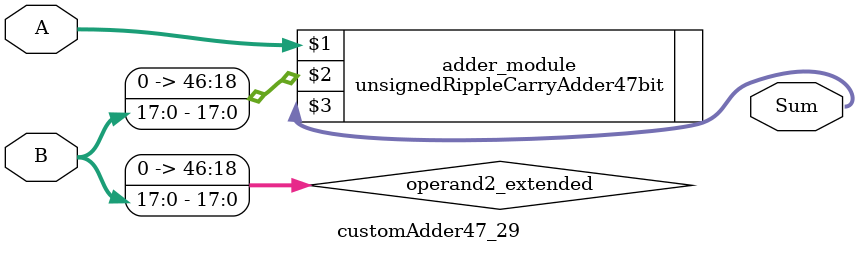
<source format=v>
module customAdder47_29(
                        input [46 : 0] A,
                        input [17 : 0] B,
                        
                        output [47 : 0] Sum
                );

        wire [46 : 0] operand2_extended;
        
        assign operand2_extended =  {29'b0, B};
        
        unsignedRippleCarryAdder47bit adder_module(
            A,
            operand2_extended,
            Sum
        );
        
        endmodule
        
</source>
